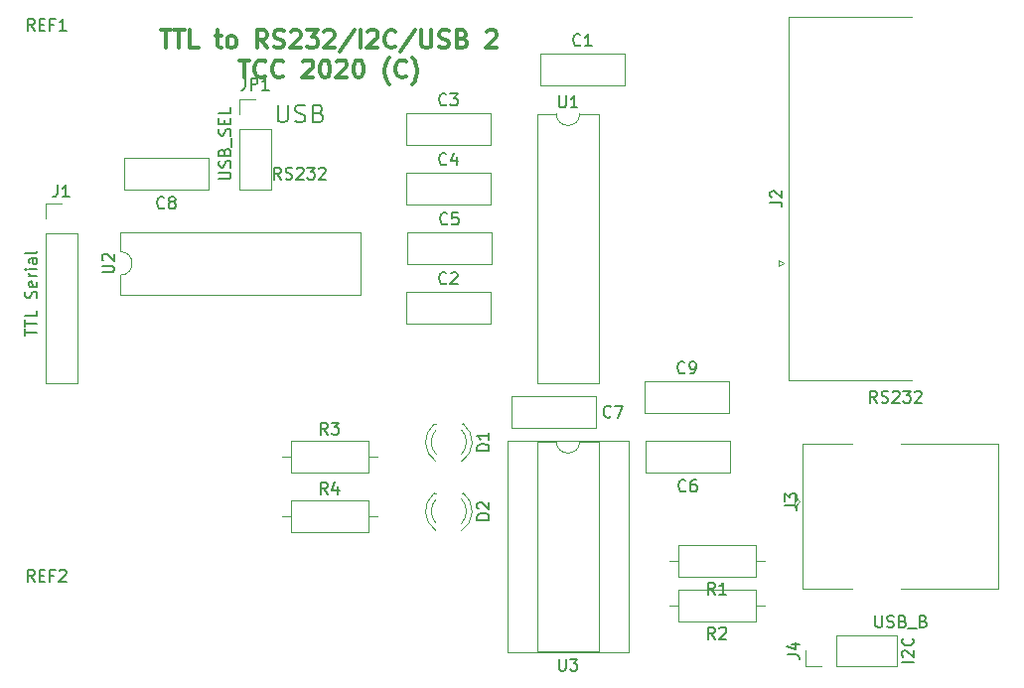
<source format=gbr>
%TF.GenerationSoftware,KiCad,Pcbnew,(5.1.6)-1*%
%TF.CreationDate,2020-07-22T17:22:53+02:00*%
%TF.ProjectId,serialadapter,73657269-616c-4616-9461-707465722e6b,rev?*%
%TF.SameCoordinates,Original*%
%TF.FileFunction,Legend,Top*%
%TF.FilePolarity,Positive*%
%FSLAX46Y46*%
G04 Gerber Fmt 4.6, Leading zero omitted, Abs format (unit mm)*
G04 Created by KiCad (PCBNEW (5.1.6)-1) date 2020-07-22 17:22:53*
%MOMM*%
%LPD*%
G01*
G04 APERTURE LIST*
%ADD10C,0.150000*%
%ADD11C,0.300000*%
%ADD12C,0.120000*%
G04 APERTURE END LIST*
D10*
X155884761Y-57602380D02*
X155551428Y-57126190D01*
X155313333Y-57602380D02*
X155313333Y-56602380D01*
X155694285Y-56602380D01*
X155789523Y-56650000D01*
X155837142Y-56697619D01*
X155884761Y-56792857D01*
X155884761Y-56935714D01*
X155837142Y-57030952D01*
X155789523Y-57078571D01*
X155694285Y-57126190D01*
X155313333Y-57126190D01*
X156265714Y-57554761D02*
X156408571Y-57602380D01*
X156646666Y-57602380D01*
X156741904Y-57554761D01*
X156789523Y-57507142D01*
X156837142Y-57411904D01*
X156837142Y-57316666D01*
X156789523Y-57221428D01*
X156741904Y-57173809D01*
X156646666Y-57126190D01*
X156456190Y-57078571D01*
X156360952Y-57030952D01*
X156313333Y-56983333D01*
X156265714Y-56888095D01*
X156265714Y-56792857D01*
X156313333Y-56697619D01*
X156360952Y-56650000D01*
X156456190Y-56602380D01*
X156694285Y-56602380D01*
X156837142Y-56650000D01*
X157218095Y-56697619D02*
X157265714Y-56650000D01*
X157360952Y-56602380D01*
X157599047Y-56602380D01*
X157694285Y-56650000D01*
X157741904Y-56697619D01*
X157789523Y-56792857D01*
X157789523Y-56888095D01*
X157741904Y-57030952D01*
X157170476Y-57602380D01*
X157789523Y-57602380D01*
X158122857Y-56602380D02*
X158741904Y-56602380D01*
X158408571Y-56983333D01*
X158551428Y-56983333D01*
X158646666Y-57030952D01*
X158694285Y-57078571D01*
X158741904Y-57173809D01*
X158741904Y-57411904D01*
X158694285Y-57507142D01*
X158646666Y-57554761D01*
X158551428Y-57602380D01*
X158265714Y-57602380D01*
X158170476Y-57554761D01*
X158122857Y-57507142D01*
X159122857Y-56697619D02*
X159170476Y-56650000D01*
X159265714Y-56602380D01*
X159503809Y-56602380D01*
X159599047Y-56650000D01*
X159646666Y-56697619D01*
X159694285Y-56792857D01*
X159694285Y-56888095D01*
X159646666Y-57030952D01*
X159075238Y-57602380D01*
X159694285Y-57602380D01*
X155587142Y-51248571D02*
X155587142Y-52462857D01*
X155658571Y-52605714D01*
X155730000Y-52677142D01*
X155872857Y-52748571D01*
X156158571Y-52748571D01*
X156301428Y-52677142D01*
X156372857Y-52605714D01*
X156444285Y-52462857D01*
X156444285Y-51248571D01*
X157087142Y-52677142D02*
X157301428Y-52748571D01*
X157658571Y-52748571D01*
X157801428Y-52677142D01*
X157872857Y-52605714D01*
X157944285Y-52462857D01*
X157944285Y-52320000D01*
X157872857Y-52177142D01*
X157801428Y-52105714D01*
X157658571Y-52034285D01*
X157372857Y-51962857D01*
X157230000Y-51891428D01*
X157158571Y-51820000D01*
X157087142Y-51677142D01*
X157087142Y-51534285D01*
X157158571Y-51391428D01*
X157230000Y-51320000D01*
X157372857Y-51248571D01*
X157730000Y-51248571D01*
X157944285Y-51320000D01*
X159087142Y-51962857D02*
X159301428Y-52034285D01*
X159372857Y-52105714D01*
X159444285Y-52248571D01*
X159444285Y-52462857D01*
X159372857Y-52605714D01*
X159301428Y-52677142D01*
X159158571Y-52748571D01*
X158587142Y-52748571D01*
X158587142Y-51248571D01*
X159087142Y-51248571D01*
X159230000Y-51320000D01*
X159301428Y-51391428D01*
X159372857Y-51534285D01*
X159372857Y-51677142D01*
X159301428Y-51820000D01*
X159230000Y-51891428D01*
X159087142Y-51962857D01*
X158587142Y-51962857D01*
D11*
X145627142Y-44893571D02*
X146484285Y-44893571D01*
X146055714Y-46393571D02*
X146055714Y-44893571D01*
X146770000Y-44893571D02*
X147627142Y-44893571D01*
X147198571Y-46393571D02*
X147198571Y-44893571D01*
X148841428Y-46393571D02*
X148127142Y-46393571D01*
X148127142Y-44893571D01*
X150270000Y-45393571D02*
X150841428Y-45393571D01*
X150484285Y-44893571D02*
X150484285Y-46179285D01*
X150555714Y-46322142D01*
X150698571Y-46393571D01*
X150841428Y-46393571D01*
X151555714Y-46393571D02*
X151412857Y-46322142D01*
X151341428Y-46250714D01*
X151270000Y-46107857D01*
X151270000Y-45679285D01*
X151341428Y-45536428D01*
X151412857Y-45465000D01*
X151555714Y-45393571D01*
X151770000Y-45393571D01*
X151912857Y-45465000D01*
X151984285Y-45536428D01*
X152055714Y-45679285D01*
X152055714Y-46107857D01*
X151984285Y-46250714D01*
X151912857Y-46322142D01*
X151770000Y-46393571D01*
X151555714Y-46393571D01*
X154698571Y-46393571D02*
X154198571Y-45679285D01*
X153841428Y-46393571D02*
X153841428Y-44893571D01*
X154412857Y-44893571D01*
X154555714Y-44965000D01*
X154627142Y-45036428D01*
X154698571Y-45179285D01*
X154698571Y-45393571D01*
X154627142Y-45536428D01*
X154555714Y-45607857D01*
X154412857Y-45679285D01*
X153841428Y-45679285D01*
X155270000Y-46322142D02*
X155484285Y-46393571D01*
X155841428Y-46393571D01*
X155984285Y-46322142D01*
X156055714Y-46250714D01*
X156127142Y-46107857D01*
X156127142Y-45965000D01*
X156055714Y-45822142D01*
X155984285Y-45750714D01*
X155841428Y-45679285D01*
X155555714Y-45607857D01*
X155412857Y-45536428D01*
X155341428Y-45465000D01*
X155270000Y-45322142D01*
X155270000Y-45179285D01*
X155341428Y-45036428D01*
X155412857Y-44965000D01*
X155555714Y-44893571D01*
X155912857Y-44893571D01*
X156127142Y-44965000D01*
X156698571Y-45036428D02*
X156770000Y-44965000D01*
X156912857Y-44893571D01*
X157270000Y-44893571D01*
X157412857Y-44965000D01*
X157484285Y-45036428D01*
X157555714Y-45179285D01*
X157555714Y-45322142D01*
X157484285Y-45536428D01*
X156627142Y-46393571D01*
X157555714Y-46393571D01*
X158055714Y-44893571D02*
X158984285Y-44893571D01*
X158484285Y-45465000D01*
X158698571Y-45465000D01*
X158841428Y-45536428D01*
X158912857Y-45607857D01*
X158984285Y-45750714D01*
X158984285Y-46107857D01*
X158912857Y-46250714D01*
X158841428Y-46322142D01*
X158698571Y-46393571D01*
X158270000Y-46393571D01*
X158127142Y-46322142D01*
X158055714Y-46250714D01*
X159555714Y-45036428D02*
X159627142Y-44965000D01*
X159770000Y-44893571D01*
X160127142Y-44893571D01*
X160270000Y-44965000D01*
X160341428Y-45036428D01*
X160412857Y-45179285D01*
X160412857Y-45322142D01*
X160341428Y-45536428D01*
X159484285Y-46393571D01*
X160412857Y-46393571D01*
X162127142Y-44822142D02*
X160841428Y-46750714D01*
X162627142Y-46393571D02*
X162627142Y-44893571D01*
X163270000Y-45036428D02*
X163341428Y-44965000D01*
X163484285Y-44893571D01*
X163841428Y-44893571D01*
X163984285Y-44965000D01*
X164055714Y-45036428D01*
X164127142Y-45179285D01*
X164127142Y-45322142D01*
X164055714Y-45536428D01*
X163198571Y-46393571D01*
X164127142Y-46393571D01*
X165627142Y-46250714D02*
X165555714Y-46322142D01*
X165341428Y-46393571D01*
X165198571Y-46393571D01*
X164984285Y-46322142D01*
X164841428Y-46179285D01*
X164770000Y-46036428D01*
X164698571Y-45750714D01*
X164698571Y-45536428D01*
X164770000Y-45250714D01*
X164841428Y-45107857D01*
X164984285Y-44965000D01*
X165198571Y-44893571D01*
X165341428Y-44893571D01*
X165555714Y-44965000D01*
X165627142Y-45036428D01*
X167341428Y-44822142D02*
X166055714Y-46750714D01*
X167841428Y-44893571D02*
X167841428Y-46107857D01*
X167912857Y-46250714D01*
X167984285Y-46322142D01*
X168127142Y-46393571D01*
X168412857Y-46393571D01*
X168555714Y-46322142D01*
X168627142Y-46250714D01*
X168698571Y-46107857D01*
X168698571Y-44893571D01*
X169341428Y-46322142D02*
X169555714Y-46393571D01*
X169912857Y-46393571D01*
X170055714Y-46322142D01*
X170127142Y-46250714D01*
X170198571Y-46107857D01*
X170198571Y-45965000D01*
X170127142Y-45822142D01*
X170055714Y-45750714D01*
X169912857Y-45679285D01*
X169627142Y-45607857D01*
X169484285Y-45536428D01*
X169412857Y-45465000D01*
X169341428Y-45322142D01*
X169341428Y-45179285D01*
X169412857Y-45036428D01*
X169484285Y-44965000D01*
X169627142Y-44893571D01*
X169984285Y-44893571D01*
X170198571Y-44965000D01*
X171341428Y-45607857D02*
X171555714Y-45679285D01*
X171627142Y-45750714D01*
X171698571Y-45893571D01*
X171698571Y-46107857D01*
X171627142Y-46250714D01*
X171555714Y-46322142D01*
X171412857Y-46393571D01*
X170841428Y-46393571D01*
X170841428Y-44893571D01*
X171341428Y-44893571D01*
X171484285Y-44965000D01*
X171555714Y-45036428D01*
X171627142Y-45179285D01*
X171627142Y-45322142D01*
X171555714Y-45465000D01*
X171484285Y-45536428D01*
X171341428Y-45607857D01*
X170841428Y-45607857D01*
X173412857Y-45036428D02*
X173484285Y-44965000D01*
X173627142Y-44893571D01*
X173984285Y-44893571D01*
X174127142Y-44965000D01*
X174198571Y-45036428D01*
X174270000Y-45179285D01*
X174270000Y-45322142D01*
X174198571Y-45536428D01*
X173341428Y-46393571D01*
X174270000Y-46393571D01*
X152341428Y-47443571D02*
X153198571Y-47443571D01*
X152770000Y-48943571D02*
X152770000Y-47443571D01*
X154555714Y-48800714D02*
X154484285Y-48872142D01*
X154270000Y-48943571D01*
X154127142Y-48943571D01*
X153912857Y-48872142D01*
X153770000Y-48729285D01*
X153698571Y-48586428D01*
X153627142Y-48300714D01*
X153627142Y-48086428D01*
X153698571Y-47800714D01*
X153770000Y-47657857D01*
X153912857Y-47515000D01*
X154127142Y-47443571D01*
X154270000Y-47443571D01*
X154484285Y-47515000D01*
X154555714Y-47586428D01*
X156055714Y-48800714D02*
X155984285Y-48872142D01*
X155770000Y-48943571D01*
X155627142Y-48943571D01*
X155412857Y-48872142D01*
X155270000Y-48729285D01*
X155198571Y-48586428D01*
X155127142Y-48300714D01*
X155127142Y-48086428D01*
X155198571Y-47800714D01*
X155270000Y-47657857D01*
X155412857Y-47515000D01*
X155627142Y-47443571D01*
X155770000Y-47443571D01*
X155984285Y-47515000D01*
X156055714Y-47586428D01*
X157770000Y-47586428D02*
X157841428Y-47515000D01*
X157984285Y-47443571D01*
X158341428Y-47443571D01*
X158484285Y-47515000D01*
X158555714Y-47586428D01*
X158627142Y-47729285D01*
X158627142Y-47872142D01*
X158555714Y-48086428D01*
X157698571Y-48943571D01*
X158627142Y-48943571D01*
X159555714Y-47443571D02*
X159698571Y-47443571D01*
X159841428Y-47515000D01*
X159912857Y-47586428D01*
X159984285Y-47729285D01*
X160055714Y-48015000D01*
X160055714Y-48372142D01*
X159984285Y-48657857D01*
X159912857Y-48800714D01*
X159841428Y-48872142D01*
X159698571Y-48943571D01*
X159555714Y-48943571D01*
X159412857Y-48872142D01*
X159341428Y-48800714D01*
X159270000Y-48657857D01*
X159198571Y-48372142D01*
X159198571Y-48015000D01*
X159270000Y-47729285D01*
X159341428Y-47586428D01*
X159412857Y-47515000D01*
X159555714Y-47443571D01*
X160627142Y-47586428D02*
X160698571Y-47515000D01*
X160841428Y-47443571D01*
X161198571Y-47443571D01*
X161341428Y-47515000D01*
X161412857Y-47586428D01*
X161484285Y-47729285D01*
X161484285Y-47872142D01*
X161412857Y-48086428D01*
X160555714Y-48943571D01*
X161484285Y-48943571D01*
X162412857Y-47443571D02*
X162555714Y-47443571D01*
X162698571Y-47515000D01*
X162770000Y-47586428D01*
X162841428Y-47729285D01*
X162912857Y-48015000D01*
X162912857Y-48372142D01*
X162841428Y-48657857D01*
X162770000Y-48800714D01*
X162698571Y-48872142D01*
X162555714Y-48943571D01*
X162412857Y-48943571D01*
X162270000Y-48872142D01*
X162198571Y-48800714D01*
X162127142Y-48657857D01*
X162055714Y-48372142D01*
X162055714Y-48015000D01*
X162127142Y-47729285D01*
X162198571Y-47586428D01*
X162270000Y-47515000D01*
X162412857Y-47443571D01*
X165127142Y-49515000D02*
X165055714Y-49443571D01*
X164912857Y-49229285D01*
X164841428Y-49086428D01*
X164770000Y-48872142D01*
X164698571Y-48515000D01*
X164698571Y-48229285D01*
X164770000Y-47872142D01*
X164841428Y-47657857D01*
X164912857Y-47515000D01*
X165055714Y-47300714D01*
X165127142Y-47229285D01*
X166555714Y-48800714D02*
X166484285Y-48872142D01*
X166270000Y-48943571D01*
X166127142Y-48943571D01*
X165912857Y-48872142D01*
X165770000Y-48729285D01*
X165698571Y-48586428D01*
X165627142Y-48300714D01*
X165627142Y-48086428D01*
X165698571Y-47800714D01*
X165770000Y-47657857D01*
X165912857Y-47515000D01*
X166127142Y-47443571D01*
X166270000Y-47443571D01*
X166484285Y-47515000D01*
X166555714Y-47586428D01*
X167055714Y-49515000D02*
X167127142Y-49443571D01*
X167270000Y-49229285D01*
X167341428Y-49086428D01*
X167412857Y-48872142D01*
X167484285Y-48515000D01*
X167484285Y-48229285D01*
X167412857Y-47872142D01*
X167341428Y-47657857D01*
X167270000Y-47515000D01*
X167127142Y-47300714D01*
X167055714Y-47229285D01*
D12*
%TO.C,D2*%
X169100163Y-86951130D02*
G75*
G02*
X169100000Y-84869039I1079837J1041130D01*
G01*
X171259837Y-86951130D02*
G75*
G03*
X171260000Y-84869039I-1079837J1041130D01*
G01*
X169101392Y-87582335D02*
G75*
G02*
X168944484Y-84350000I1078608J1672335D01*
G01*
X171258608Y-87582335D02*
G75*
G03*
X171415516Y-84350000I-1078608J1672335D01*
G01*
X171416000Y-84350000D02*
X171260000Y-84350000D01*
X169100000Y-84350000D02*
X168944000Y-84350000D01*
%TO.C,D1*%
X169100163Y-81051130D02*
G75*
G02*
X169100000Y-78969039I1079837J1041130D01*
G01*
X171259837Y-81051130D02*
G75*
G03*
X171260000Y-78969039I-1079837J1041130D01*
G01*
X169101392Y-81682335D02*
G75*
G02*
X168944484Y-78450000I1078608J1672335D01*
G01*
X171258608Y-81682335D02*
G75*
G03*
X171415516Y-78450000I-1078608J1672335D01*
G01*
X171416000Y-78450000D02*
X171260000Y-78450000D01*
X169100000Y-78450000D02*
X168944000Y-78450000D01*
%TO.C,R4*%
X156750000Y-84990000D02*
X156750000Y-87730000D01*
X156750000Y-87730000D02*
X163290000Y-87730000D01*
X163290000Y-87730000D02*
X163290000Y-84990000D01*
X163290000Y-84990000D02*
X156750000Y-84990000D01*
X155980000Y-86360000D02*
X156750000Y-86360000D01*
X164060000Y-86360000D02*
X163290000Y-86360000D01*
%TO.C,R3*%
X156750000Y-79910000D02*
X156750000Y-82650000D01*
X156750000Y-82650000D02*
X163290000Y-82650000D01*
X163290000Y-82650000D02*
X163290000Y-79910000D01*
X163290000Y-79910000D02*
X156750000Y-79910000D01*
X155980000Y-81280000D02*
X156750000Y-81280000D01*
X164060000Y-81280000D02*
X163290000Y-81280000D01*
%TO.C,C9*%
X186840000Y-74830000D02*
X194080000Y-74830000D01*
X186840000Y-77570000D02*
X194080000Y-77570000D01*
X186840000Y-74830000D02*
X186840000Y-77570000D01*
X194080000Y-74830000D02*
X194080000Y-77570000D01*
%TO.C,J3*%
X204590000Y-80180000D02*
X200330000Y-80180000D01*
X200330000Y-80180000D02*
X200330000Y-92500000D01*
X200330000Y-92500000D02*
X204590000Y-92500000D01*
X208690000Y-80180000D02*
X217050000Y-80180000D01*
X217050000Y-80180000D02*
X217050000Y-92500000D01*
X217050000Y-92500000D02*
X208690000Y-92500000D01*
X200110000Y-85090000D02*
X199610000Y-84590000D01*
X199610000Y-84590000D02*
X199610000Y-85590000D01*
X199610000Y-85590000D02*
X200110000Y-85090000D01*
%TO.C,R2*%
X196310000Y-95350000D02*
X196310000Y-92610000D01*
X196310000Y-92610000D02*
X189770000Y-92610000D01*
X189770000Y-92610000D02*
X189770000Y-95350000D01*
X189770000Y-95350000D02*
X196310000Y-95350000D01*
X197080000Y-93980000D02*
X196310000Y-93980000D01*
X189000000Y-93980000D02*
X189770000Y-93980000D01*
%TO.C,R1*%
X196310000Y-91540000D02*
X196310000Y-88800000D01*
X196310000Y-88800000D02*
X189770000Y-88800000D01*
X189770000Y-88800000D02*
X189770000Y-91540000D01*
X189770000Y-91540000D02*
X196310000Y-91540000D01*
X197080000Y-90170000D02*
X196310000Y-90170000D01*
X189000000Y-90170000D02*
X189770000Y-90170000D01*
%TO.C,J4*%
X208340000Y-99120000D02*
X208340000Y-96460000D01*
X203200000Y-99120000D02*
X208340000Y-99120000D01*
X203200000Y-96460000D02*
X208340000Y-96460000D01*
X203200000Y-99120000D02*
X203200000Y-96460000D01*
X201930000Y-99120000D02*
X200600000Y-99120000D01*
X200600000Y-99120000D02*
X200600000Y-97790000D01*
%TO.C,U2*%
X142180000Y-63770000D02*
G75*
G02*
X142180000Y-65770000I0J-1000000D01*
G01*
X142180000Y-65770000D02*
X142180000Y-67420000D01*
X142180000Y-67420000D02*
X162620000Y-67420000D01*
X162620000Y-67420000D02*
X162620000Y-62120000D01*
X162620000Y-62120000D02*
X142180000Y-62120000D01*
X142180000Y-62120000D02*
X142180000Y-63770000D01*
%TO.C,C8*%
X149710000Y-58520000D02*
X142470000Y-58520000D01*
X149710000Y-55780000D02*
X142470000Y-55780000D01*
X149710000Y-58520000D02*
X149710000Y-55780000D01*
X142470000Y-58520000D02*
X142470000Y-55780000D01*
%TO.C,C7*%
X182730000Y-78840000D02*
X175490000Y-78840000D01*
X182730000Y-76100000D02*
X175490000Y-76100000D01*
X182730000Y-78840000D02*
X182730000Y-76100000D01*
X175490000Y-78840000D02*
X175490000Y-76100000D01*
%TO.C,U1*%
X181340000Y-52010000D02*
G75*
G02*
X179340000Y-52010000I-1000000J0D01*
G01*
X179340000Y-52010000D02*
X177690000Y-52010000D01*
X177690000Y-52010000D02*
X177690000Y-74990000D01*
X177690000Y-74990000D02*
X182990000Y-74990000D01*
X182990000Y-74990000D02*
X182990000Y-52010000D01*
X182990000Y-52010000D02*
X181340000Y-52010000D01*
%TO.C,JP1*%
X152340000Y-58480000D02*
X155000000Y-58480000D01*
X152340000Y-53340000D02*
X152340000Y-58480000D01*
X155000000Y-53340000D02*
X155000000Y-58480000D01*
X152340000Y-53340000D02*
X155000000Y-53340000D01*
X152340000Y-52070000D02*
X152340000Y-50740000D01*
X152340000Y-50740000D02*
X153670000Y-50740000D01*
%TO.C,J1*%
X135830000Y-74990000D02*
X138490000Y-74990000D01*
X135830000Y-62230000D02*
X135830000Y-74990000D01*
X138490000Y-62230000D02*
X138490000Y-74990000D01*
X135830000Y-62230000D02*
X138490000Y-62230000D01*
X135830000Y-60960000D02*
X135830000Y-59630000D01*
X135830000Y-59630000D02*
X137160000Y-59630000D01*
%TO.C,U3*%
X181340000Y-79950000D02*
G75*
G02*
X179340000Y-79950000I-1000000J0D01*
G01*
X179340000Y-79950000D02*
X177690000Y-79950000D01*
X177690000Y-79950000D02*
X177690000Y-97850000D01*
X177690000Y-97850000D02*
X182990000Y-97850000D01*
X182990000Y-97850000D02*
X182990000Y-79950000D01*
X182990000Y-79950000D02*
X181340000Y-79950000D01*
X175200000Y-79890000D02*
X175200000Y-97910000D01*
X175200000Y-97910000D02*
X185480000Y-97910000D01*
X185480000Y-97910000D02*
X185480000Y-79890000D01*
X185480000Y-79890000D02*
X175200000Y-79890000D01*
%TO.C,J2*%
X209650000Y-74715000D02*
X199170000Y-74715000D01*
X199170000Y-74715000D02*
X199170000Y-43745000D01*
X199170000Y-43745000D02*
X209650000Y-43745000D01*
X198275662Y-65020000D02*
X198275662Y-64520000D01*
X198275662Y-64520000D02*
X198708675Y-64770000D01*
X198708675Y-64770000D02*
X198275662Y-65020000D01*
%TO.C,C6*%
X194160000Y-82650000D02*
X186920000Y-82650000D01*
X194160000Y-79910000D02*
X186920000Y-79910000D01*
X194160000Y-82650000D02*
X194160000Y-79910000D01*
X186920000Y-82650000D02*
X186920000Y-79910000D01*
%TO.C,C5*%
X166600000Y-62130000D02*
X173840000Y-62130000D01*
X166600000Y-64870000D02*
X173840000Y-64870000D01*
X166600000Y-62130000D02*
X166600000Y-64870000D01*
X173840000Y-62130000D02*
X173840000Y-64870000D01*
%TO.C,C4*%
X166520000Y-57050000D02*
X173760000Y-57050000D01*
X166520000Y-59790000D02*
X173760000Y-59790000D01*
X166520000Y-57050000D02*
X166520000Y-59790000D01*
X173760000Y-57050000D02*
X173760000Y-59790000D01*
%TO.C,C3*%
X166520000Y-51970000D02*
X173760000Y-51970000D01*
X166520000Y-54710000D02*
X173760000Y-54710000D01*
X166520000Y-51970000D02*
X166520000Y-54710000D01*
X173760000Y-51970000D02*
X173760000Y-54710000D01*
%TO.C,C2*%
X166520000Y-67210000D02*
X173760000Y-67210000D01*
X166520000Y-69950000D02*
X173760000Y-69950000D01*
X166520000Y-67210000D02*
X166520000Y-69950000D01*
X173760000Y-67210000D02*
X173760000Y-69950000D01*
%TO.C,C1*%
X177950000Y-46890000D02*
X185190000Y-46890000D01*
X177950000Y-49630000D02*
X185190000Y-49630000D01*
X177950000Y-46890000D02*
X177950000Y-49630000D01*
X185190000Y-46890000D02*
X185190000Y-49630000D01*
%TO.C,REF2*%
D10*
X134842380Y-91902380D02*
X134509047Y-91426190D01*
X134270952Y-91902380D02*
X134270952Y-90902380D01*
X134651904Y-90902380D01*
X134747142Y-90950000D01*
X134794761Y-90997619D01*
X134842380Y-91092857D01*
X134842380Y-91235714D01*
X134794761Y-91330952D01*
X134747142Y-91378571D01*
X134651904Y-91426190D01*
X134270952Y-91426190D01*
X135270952Y-91378571D02*
X135604285Y-91378571D01*
X135747142Y-91902380D02*
X135270952Y-91902380D01*
X135270952Y-90902380D01*
X135747142Y-90902380D01*
X136509047Y-91378571D02*
X136175714Y-91378571D01*
X136175714Y-91902380D02*
X136175714Y-90902380D01*
X136651904Y-90902380D01*
X136985238Y-90997619D02*
X137032857Y-90950000D01*
X137128095Y-90902380D01*
X137366190Y-90902380D01*
X137461428Y-90950000D01*
X137509047Y-90997619D01*
X137556666Y-91092857D01*
X137556666Y-91188095D01*
X137509047Y-91330952D01*
X136937619Y-91902380D01*
X137556666Y-91902380D01*
%TO.C,REF1*%
X134842380Y-44912380D02*
X134509047Y-44436190D01*
X134270952Y-44912380D02*
X134270952Y-43912380D01*
X134651904Y-43912380D01*
X134747142Y-43960000D01*
X134794761Y-44007619D01*
X134842380Y-44102857D01*
X134842380Y-44245714D01*
X134794761Y-44340952D01*
X134747142Y-44388571D01*
X134651904Y-44436190D01*
X134270952Y-44436190D01*
X135270952Y-44388571D02*
X135604285Y-44388571D01*
X135747142Y-44912380D02*
X135270952Y-44912380D01*
X135270952Y-43912380D01*
X135747142Y-43912380D01*
X136509047Y-44388571D02*
X136175714Y-44388571D01*
X136175714Y-44912380D02*
X136175714Y-43912380D01*
X136651904Y-43912380D01*
X137556666Y-44912380D02*
X136985238Y-44912380D01*
X137270952Y-44912380D02*
X137270952Y-43912380D01*
X137175714Y-44055238D01*
X137080476Y-44150476D01*
X136985238Y-44198095D01*
%TO.C,D2*%
X173592380Y-86648095D02*
X172592380Y-86648095D01*
X172592380Y-86410000D01*
X172640000Y-86267142D01*
X172735238Y-86171904D01*
X172830476Y-86124285D01*
X173020952Y-86076666D01*
X173163809Y-86076666D01*
X173354285Y-86124285D01*
X173449523Y-86171904D01*
X173544761Y-86267142D01*
X173592380Y-86410000D01*
X173592380Y-86648095D01*
X172687619Y-85695714D02*
X172640000Y-85648095D01*
X172592380Y-85552857D01*
X172592380Y-85314761D01*
X172640000Y-85219523D01*
X172687619Y-85171904D01*
X172782857Y-85124285D01*
X172878095Y-85124285D01*
X173020952Y-85171904D01*
X173592380Y-85743333D01*
X173592380Y-85124285D01*
%TO.C,D1*%
X173592380Y-80748095D02*
X172592380Y-80748095D01*
X172592380Y-80510000D01*
X172640000Y-80367142D01*
X172735238Y-80271904D01*
X172830476Y-80224285D01*
X173020952Y-80176666D01*
X173163809Y-80176666D01*
X173354285Y-80224285D01*
X173449523Y-80271904D01*
X173544761Y-80367142D01*
X173592380Y-80510000D01*
X173592380Y-80748095D01*
X173592380Y-79224285D02*
X173592380Y-79795714D01*
X173592380Y-79510000D02*
X172592380Y-79510000D01*
X172735238Y-79605238D01*
X172830476Y-79700476D01*
X172878095Y-79795714D01*
%TO.C,R4*%
X159853333Y-84442380D02*
X159520000Y-83966190D01*
X159281904Y-84442380D02*
X159281904Y-83442380D01*
X159662857Y-83442380D01*
X159758095Y-83490000D01*
X159805714Y-83537619D01*
X159853333Y-83632857D01*
X159853333Y-83775714D01*
X159805714Y-83870952D01*
X159758095Y-83918571D01*
X159662857Y-83966190D01*
X159281904Y-83966190D01*
X160710476Y-83775714D02*
X160710476Y-84442380D01*
X160472380Y-83394761D02*
X160234285Y-84109047D01*
X160853333Y-84109047D01*
%TO.C,R3*%
X159853333Y-79362380D02*
X159520000Y-78886190D01*
X159281904Y-79362380D02*
X159281904Y-78362380D01*
X159662857Y-78362380D01*
X159758095Y-78410000D01*
X159805714Y-78457619D01*
X159853333Y-78552857D01*
X159853333Y-78695714D01*
X159805714Y-78790952D01*
X159758095Y-78838571D01*
X159662857Y-78886190D01*
X159281904Y-78886190D01*
X160186666Y-78362380D02*
X160805714Y-78362380D01*
X160472380Y-78743333D01*
X160615238Y-78743333D01*
X160710476Y-78790952D01*
X160758095Y-78838571D01*
X160805714Y-78933809D01*
X160805714Y-79171904D01*
X160758095Y-79267142D01*
X160710476Y-79314761D01*
X160615238Y-79362380D01*
X160329523Y-79362380D01*
X160234285Y-79314761D01*
X160186666Y-79267142D01*
%TO.C,C9*%
X190293333Y-74057142D02*
X190245714Y-74104761D01*
X190102857Y-74152380D01*
X190007619Y-74152380D01*
X189864761Y-74104761D01*
X189769523Y-74009523D01*
X189721904Y-73914285D01*
X189674285Y-73723809D01*
X189674285Y-73580952D01*
X189721904Y-73390476D01*
X189769523Y-73295238D01*
X189864761Y-73200000D01*
X190007619Y-73152380D01*
X190102857Y-73152380D01*
X190245714Y-73200000D01*
X190293333Y-73247619D01*
X190769523Y-74152380D02*
X190960000Y-74152380D01*
X191055238Y-74104761D01*
X191102857Y-74057142D01*
X191198095Y-73914285D01*
X191245714Y-73723809D01*
X191245714Y-73342857D01*
X191198095Y-73247619D01*
X191150476Y-73200000D01*
X191055238Y-73152380D01*
X190864761Y-73152380D01*
X190769523Y-73200000D01*
X190721904Y-73247619D01*
X190674285Y-73342857D01*
X190674285Y-73580952D01*
X190721904Y-73676190D01*
X190769523Y-73723809D01*
X190864761Y-73771428D01*
X191055238Y-73771428D01*
X191150476Y-73723809D01*
X191198095Y-73676190D01*
X191245714Y-73580952D01*
%TO.C,J3*%
X198842380Y-85423333D02*
X199556666Y-85423333D01*
X199699523Y-85470952D01*
X199794761Y-85566190D01*
X199842380Y-85709047D01*
X199842380Y-85804285D01*
X198842380Y-85042380D02*
X198842380Y-84423333D01*
X199223333Y-84756666D01*
X199223333Y-84613809D01*
X199270952Y-84518571D01*
X199318571Y-84470952D01*
X199413809Y-84423333D01*
X199651904Y-84423333D01*
X199747142Y-84470952D01*
X199794761Y-84518571D01*
X199842380Y-84613809D01*
X199842380Y-84899523D01*
X199794761Y-84994761D01*
X199747142Y-85042380D01*
X206547142Y-94812380D02*
X206547142Y-95621904D01*
X206594761Y-95717142D01*
X206642380Y-95764761D01*
X206737619Y-95812380D01*
X206928095Y-95812380D01*
X207023333Y-95764761D01*
X207070952Y-95717142D01*
X207118571Y-95621904D01*
X207118571Y-94812380D01*
X207547142Y-95764761D02*
X207690000Y-95812380D01*
X207928095Y-95812380D01*
X208023333Y-95764761D01*
X208070952Y-95717142D01*
X208118571Y-95621904D01*
X208118571Y-95526666D01*
X208070952Y-95431428D01*
X208023333Y-95383809D01*
X207928095Y-95336190D01*
X207737619Y-95288571D01*
X207642380Y-95240952D01*
X207594761Y-95193333D01*
X207547142Y-95098095D01*
X207547142Y-95002857D01*
X207594761Y-94907619D01*
X207642380Y-94860000D01*
X207737619Y-94812380D01*
X207975714Y-94812380D01*
X208118571Y-94860000D01*
X208880476Y-95288571D02*
X209023333Y-95336190D01*
X209070952Y-95383809D01*
X209118571Y-95479047D01*
X209118571Y-95621904D01*
X209070952Y-95717142D01*
X209023333Y-95764761D01*
X208928095Y-95812380D01*
X208547142Y-95812380D01*
X208547142Y-94812380D01*
X208880476Y-94812380D01*
X208975714Y-94860000D01*
X209023333Y-94907619D01*
X209070952Y-95002857D01*
X209070952Y-95098095D01*
X209023333Y-95193333D01*
X208975714Y-95240952D01*
X208880476Y-95288571D01*
X208547142Y-95288571D01*
X209309047Y-95907619D02*
X210070952Y-95907619D01*
X210642380Y-95288571D02*
X210785238Y-95336190D01*
X210832857Y-95383809D01*
X210880476Y-95479047D01*
X210880476Y-95621904D01*
X210832857Y-95717142D01*
X210785238Y-95764761D01*
X210690000Y-95812380D01*
X210309047Y-95812380D01*
X210309047Y-94812380D01*
X210642380Y-94812380D01*
X210737619Y-94860000D01*
X210785238Y-94907619D01*
X210832857Y-95002857D01*
X210832857Y-95098095D01*
X210785238Y-95193333D01*
X210737619Y-95240952D01*
X210642380Y-95288571D01*
X210309047Y-95288571D01*
%TO.C,R2*%
X192873333Y-96802380D02*
X192540000Y-96326190D01*
X192301904Y-96802380D02*
X192301904Y-95802380D01*
X192682857Y-95802380D01*
X192778095Y-95850000D01*
X192825714Y-95897619D01*
X192873333Y-95992857D01*
X192873333Y-96135714D01*
X192825714Y-96230952D01*
X192778095Y-96278571D01*
X192682857Y-96326190D01*
X192301904Y-96326190D01*
X193254285Y-95897619D02*
X193301904Y-95850000D01*
X193397142Y-95802380D01*
X193635238Y-95802380D01*
X193730476Y-95850000D01*
X193778095Y-95897619D01*
X193825714Y-95992857D01*
X193825714Y-96088095D01*
X193778095Y-96230952D01*
X193206666Y-96802380D01*
X193825714Y-96802380D01*
%TO.C,R1*%
X192873333Y-92992380D02*
X192540000Y-92516190D01*
X192301904Y-92992380D02*
X192301904Y-91992380D01*
X192682857Y-91992380D01*
X192778095Y-92040000D01*
X192825714Y-92087619D01*
X192873333Y-92182857D01*
X192873333Y-92325714D01*
X192825714Y-92420952D01*
X192778095Y-92468571D01*
X192682857Y-92516190D01*
X192301904Y-92516190D01*
X193825714Y-92992380D02*
X193254285Y-92992380D01*
X193540000Y-92992380D02*
X193540000Y-91992380D01*
X193444761Y-92135238D01*
X193349523Y-92230476D01*
X193254285Y-92278095D01*
%TO.C,J4*%
X199052380Y-98123333D02*
X199766666Y-98123333D01*
X199909523Y-98170952D01*
X200004761Y-98266190D01*
X200052380Y-98409047D01*
X200052380Y-98504285D01*
X199385714Y-97218571D02*
X200052380Y-97218571D01*
X199004761Y-97456666D02*
X199719047Y-97694761D01*
X199719047Y-97075714D01*
X209792380Y-98766190D02*
X208792380Y-98766190D01*
X208887619Y-98337619D02*
X208840000Y-98290000D01*
X208792380Y-98194761D01*
X208792380Y-97956666D01*
X208840000Y-97861428D01*
X208887619Y-97813809D01*
X208982857Y-97766190D01*
X209078095Y-97766190D01*
X209220952Y-97813809D01*
X209792380Y-98385238D01*
X209792380Y-97766190D01*
X209697142Y-96766190D02*
X209744761Y-96813809D01*
X209792380Y-96956666D01*
X209792380Y-97051904D01*
X209744761Y-97194761D01*
X209649523Y-97290000D01*
X209554285Y-97337619D01*
X209363809Y-97385238D01*
X209220952Y-97385238D01*
X209030476Y-97337619D01*
X208935238Y-97290000D01*
X208840000Y-97194761D01*
X208792380Y-97051904D01*
X208792380Y-96956666D01*
X208840000Y-96813809D01*
X208887619Y-96766190D01*
%TO.C,U2*%
X140632380Y-65531904D02*
X141441904Y-65531904D01*
X141537142Y-65484285D01*
X141584761Y-65436666D01*
X141632380Y-65341428D01*
X141632380Y-65150952D01*
X141584761Y-65055714D01*
X141537142Y-65008095D01*
X141441904Y-64960476D01*
X140632380Y-64960476D01*
X140727619Y-64531904D02*
X140680000Y-64484285D01*
X140632380Y-64389047D01*
X140632380Y-64150952D01*
X140680000Y-64055714D01*
X140727619Y-64008095D01*
X140822857Y-63960476D01*
X140918095Y-63960476D01*
X141060952Y-64008095D01*
X141632380Y-64579523D01*
X141632380Y-63960476D01*
%TO.C,C8*%
X145923333Y-60007142D02*
X145875714Y-60054761D01*
X145732857Y-60102380D01*
X145637619Y-60102380D01*
X145494761Y-60054761D01*
X145399523Y-59959523D01*
X145351904Y-59864285D01*
X145304285Y-59673809D01*
X145304285Y-59530952D01*
X145351904Y-59340476D01*
X145399523Y-59245238D01*
X145494761Y-59150000D01*
X145637619Y-59102380D01*
X145732857Y-59102380D01*
X145875714Y-59150000D01*
X145923333Y-59197619D01*
X146494761Y-59530952D02*
X146399523Y-59483333D01*
X146351904Y-59435714D01*
X146304285Y-59340476D01*
X146304285Y-59292857D01*
X146351904Y-59197619D01*
X146399523Y-59150000D01*
X146494761Y-59102380D01*
X146685238Y-59102380D01*
X146780476Y-59150000D01*
X146828095Y-59197619D01*
X146875714Y-59292857D01*
X146875714Y-59340476D01*
X146828095Y-59435714D01*
X146780476Y-59483333D01*
X146685238Y-59530952D01*
X146494761Y-59530952D01*
X146399523Y-59578571D01*
X146351904Y-59626190D01*
X146304285Y-59721428D01*
X146304285Y-59911904D01*
X146351904Y-60007142D01*
X146399523Y-60054761D01*
X146494761Y-60102380D01*
X146685238Y-60102380D01*
X146780476Y-60054761D01*
X146828095Y-60007142D01*
X146875714Y-59911904D01*
X146875714Y-59721428D01*
X146828095Y-59626190D01*
X146780476Y-59578571D01*
X146685238Y-59530952D01*
%TO.C,C7*%
X183983333Y-77827142D02*
X183935714Y-77874761D01*
X183792857Y-77922380D01*
X183697619Y-77922380D01*
X183554761Y-77874761D01*
X183459523Y-77779523D01*
X183411904Y-77684285D01*
X183364285Y-77493809D01*
X183364285Y-77350952D01*
X183411904Y-77160476D01*
X183459523Y-77065238D01*
X183554761Y-76970000D01*
X183697619Y-76922380D01*
X183792857Y-76922380D01*
X183935714Y-76970000D01*
X183983333Y-77017619D01*
X184316666Y-76922380D02*
X184983333Y-76922380D01*
X184554761Y-77922380D01*
%TO.C,U1*%
X179578095Y-50462380D02*
X179578095Y-51271904D01*
X179625714Y-51367142D01*
X179673333Y-51414761D01*
X179768571Y-51462380D01*
X179959047Y-51462380D01*
X180054285Y-51414761D01*
X180101904Y-51367142D01*
X180149523Y-51271904D01*
X180149523Y-50462380D01*
X181149523Y-51462380D02*
X180578095Y-51462380D01*
X180863809Y-51462380D02*
X180863809Y-50462380D01*
X180768571Y-50605238D01*
X180673333Y-50700476D01*
X180578095Y-50748095D01*
%TO.C,JP1*%
X152836666Y-48982380D02*
X152836666Y-49696666D01*
X152789047Y-49839523D01*
X152693809Y-49934761D01*
X152550952Y-49982380D01*
X152455714Y-49982380D01*
X153312857Y-49982380D02*
X153312857Y-48982380D01*
X153693809Y-48982380D01*
X153789047Y-49030000D01*
X153836666Y-49077619D01*
X153884285Y-49172857D01*
X153884285Y-49315714D01*
X153836666Y-49410952D01*
X153789047Y-49458571D01*
X153693809Y-49506190D01*
X153312857Y-49506190D01*
X154836666Y-49982380D02*
X154265238Y-49982380D01*
X154550952Y-49982380D02*
X154550952Y-48982380D01*
X154455714Y-49125238D01*
X154360476Y-49220476D01*
X154265238Y-49268095D01*
X150582380Y-57586190D02*
X151391904Y-57586190D01*
X151487142Y-57538571D01*
X151534761Y-57490952D01*
X151582380Y-57395714D01*
X151582380Y-57205238D01*
X151534761Y-57110000D01*
X151487142Y-57062380D01*
X151391904Y-57014761D01*
X150582380Y-57014761D01*
X151534761Y-56586190D02*
X151582380Y-56443333D01*
X151582380Y-56205238D01*
X151534761Y-56110000D01*
X151487142Y-56062380D01*
X151391904Y-56014761D01*
X151296666Y-56014761D01*
X151201428Y-56062380D01*
X151153809Y-56110000D01*
X151106190Y-56205238D01*
X151058571Y-56395714D01*
X151010952Y-56490952D01*
X150963333Y-56538571D01*
X150868095Y-56586190D01*
X150772857Y-56586190D01*
X150677619Y-56538571D01*
X150630000Y-56490952D01*
X150582380Y-56395714D01*
X150582380Y-56157619D01*
X150630000Y-56014761D01*
X151058571Y-55252857D02*
X151106190Y-55110000D01*
X151153809Y-55062380D01*
X151249047Y-55014761D01*
X151391904Y-55014761D01*
X151487142Y-55062380D01*
X151534761Y-55110000D01*
X151582380Y-55205238D01*
X151582380Y-55586190D01*
X150582380Y-55586190D01*
X150582380Y-55252857D01*
X150630000Y-55157619D01*
X150677619Y-55110000D01*
X150772857Y-55062380D01*
X150868095Y-55062380D01*
X150963333Y-55110000D01*
X151010952Y-55157619D01*
X151058571Y-55252857D01*
X151058571Y-55586190D01*
X151677619Y-54824285D02*
X151677619Y-54062380D01*
X151534761Y-53871904D02*
X151582380Y-53729047D01*
X151582380Y-53490952D01*
X151534761Y-53395714D01*
X151487142Y-53348095D01*
X151391904Y-53300476D01*
X151296666Y-53300476D01*
X151201428Y-53348095D01*
X151153809Y-53395714D01*
X151106190Y-53490952D01*
X151058571Y-53681428D01*
X151010952Y-53776666D01*
X150963333Y-53824285D01*
X150868095Y-53871904D01*
X150772857Y-53871904D01*
X150677619Y-53824285D01*
X150630000Y-53776666D01*
X150582380Y-53681428D01*
X150582380Y-53443333D01*
X150630000Y-53300476D01*
X151058571Y-52871904D02*
X151058571Y-52538571D01*
X151582380Y-52395714D02*
X151582380Y-52871904D01*
X150582380Y-52871904D01*
X150582380Y-52395714D01*
X151582380Y-51490952D02*
X151582380Y-51967142D01*
X150582380Y-51967142D01*
%TO.C,J1*%
X136826666Y-58082380D02*
X136826666Y-58796666D01*
X136779047Y-58939523D01*
X136683809Y-59034761D01*
X136540952Y-59082380D01*
X136445714Y-59082380D01*
X137826666Y-59082380D02*
X137255238Y-59082380D01*
X137540952Y-59082380D02*
X137540952Y-58082380D01*
X137445714Y-58225238D01*
X137350476Y-58320476D01*
X137255238Y-58368095D01*
X134072380Y-70929047D02*
X134072380Y-70357619D01*
X135072380Y-70643333D02*
X134072380Y-70643333D01*
X134072380Y-70167142D02*
X134072380Y-69595714D01*
X135072380Y-69881428D02*
X134072380Y-69881428D01*
X135072380Y-68786190D02*
X135072380Y-69262380D01*
X134072380Y-69262380D01*
X135024761Y-67738571D02*
X135072380Y-67595714D01*
X135072380Y-67357619D01*
X135024761Y-67262380D01*
X134977142Y-67214761D01*
X134881904Y-67167142D01*
X134786666Y-67167142D01*
X134691428Y-67214761D01*
X134643809Y-67262380D01*
X134596190Y-67357619D01*
X134548571Y-67548095D01*
X134500952Y-67643333D01*
X134453333Y-67690952D01*
X134358095Y-67738571D01*
X134262857Y-67738571D01*
X134167619Y-67690952D01*
X134120000Y-67643333D01*
X134072380Y-67548095D01*
X134072380Y-67310000D01*
X134120000Y-67167142D01*
X135024761Y-66357619D02*
X135072380Y-66452857D01*
X135072380Y-66643333D01*
X135024761Y-66738571D01*
X134929523Y-66786190D01*
X134548571Y-66786190D01*
X134453333Y-66738571D01*
X134405714Y-66643333D01*
X134405714Y-66452857D01*
X134453333Y-66357619D01*
X134548571Y-66310000D01*
X134643809Y-66310000D01*
X134739047Y-66786190D01*
X135072380Y-65881428D02*
X134405714Y-65881428D01*
X134596190Y-65881428D02*
X134500952Y-65833809D01*
X134453333Y-65786190D01*
X134405714Y-65690952D01*
X134405714Y-65595714D01*
X135072380Y-65262380D02*
X134405714Y-65262380D01*
X134072380Y-65262380D02*
X134120000Y-65310000D01*
X134167619Y-65262380D01*
X134120000Y-65214761D01*
X134072380Y-65262380D01*
X134167619Y-65262380D01*
X135072380Y-64357619D02*
X134548571Y-64357619D01*
X134453333Y-64405238D01*
X134405714Y-64500476D01*
X134405714Y-64690952D01*
X134453333Y-64786190D01*
X135024761Y-64357619D02*
X135072380Y-64452857D01*
X135072380Y-64690952D01*
X135024761Y-64786190D01*
X134929523Y-64833809D01*
X134834285Y-64833809D01*
X134739047Y-64786190D01*
X134691428Y-64690952D01*
X134691428Y-64452857D01*
X134643809Y-64357619D01*
X135072380Y-63738571D02*
X135024761Y-63833809D01*
X134929523Y-63881428D01*
X134072380Y-63881428D01*
%TO.C,U3*%
X179578095Y-98512380D02*
X179578095Y-99321904D01*
X179625714Y-99417142D01*
X179673333Y-99464761D01*
X179768571Y-99512380D01*
X179959047Y-99512380D01*
X180054285Y-99464761D01*
X180101904Y-99417142D01*
X180149523Y-99321904D01*
X180149523Y-98512380D01*
X180530476Y-98512380D02*
X181149523Y-98512380D01*
X180816190Y-98893333D01*
X180959047Y-98893333D01*
X181054285Y-98940952D01*
X181101904Y-98988571D01*
X181149523Y-99083809D01*
X181149523Y-99321904D01*
X181101904Y-99417142D01*
X181054285Y-99464761D01*
X180959047Y-99512380D01*
X180673333Y-99512380D01*
X180578095Y-99464761D01*
X180530476Y-99417142D01*
%TO.C,J2*%
X197572380Y-59563333D02*
X198286666Y-59563333D01*
X198429523Y-59610952D01*
X198524761Y-59706190D01*
X198572380Y-59849047D01*
X198572380Y-59944285D01*
X197667619Y-59134761D02*
X197620000Y-59087142D01*
X197572380Y-58991904D01*
X197572380Y-58753809D01*
X197620000Y-58658571D01*
X197667619Y-58610952D01*
X197762857Y-58563333D01*
X197858095Y-58563333D01*
X198000952Y-58610952D01*
X198572380Y-59182380D01*
X198572380Y-58563333D01*
X206684761Y-76652380D02*
X206351428Y-76176190D01*
X206113333Y-76652380D02*
X206113333Y-75652380D01*
X206494285Y-75652380D01*
X206589523Y-75700000D01*
X206637142Y-75747619D01*
X206684761Y-75842857D01*
X206684761Y-75985714D01*
X206637142Y-76080952D01*
X206589523Y-76128571D01*
X206494285Y-76176190D01*
X206113333Y-76176190D01*
X207065714Y-76604761D02*
X207208571Y-76652380D01*
X207446666Y-76652380D01*
X207541904Y-76604761D01*
X207589523Y-76557142D01*
X207637142Y-76461904D01*
X207637142Y-76366666D01*
X207589523Y-76271428D01*
X207541904Y-76223809D01*
X207446666Y-76176190D01*
X207256190Y-76128571D01*
X207160952Y-76080952D01*
X207113333Y-76033333D01*
X207065714Y-75938095D01*
X207065714Y-75842857D01*
X207113333Y-75747619D01*
X207160952Y-75700000D01*
X207256190Y-75652380D01*
X207494285Y-75652380D01*
X207637142Y-75700000D01*
X208018095Y-75747619D02*
X208065714Y-75700000D01*
X208160952Y-75652380D01*
X208399047Y-75652380D01*
X208494285Y-75700000D01*
X208541904Y-75747619D01*
X208589523Y-75842857D01*
X208589523Y-75938095D01*
X208541904Y-76080952D01*
X207970476Y-76652380D01*
X208589523Y-76652380D01*
X208922857Y-75652380D02*
X209541904Y-75652380D01*
X209208571Y-76033333D01*
X209351428Y-76033333D01*
X209446666Y-76080952D01*
X209494285Y-76128571D01*
X209541904Y-76223809D01*
X209541904Y-76461904D01*
X209494285Y-76557142D01*
X209446666Y-76604761D01*
X209351428Y-76652380D01*
X209065714Y-76652380D01*
X208970476Y-76604761D01*
X208922857Y-76557142D01*
X209922857Y-75747619D02*
X209970476Y-75700000D01*
X210065714Y-75652380D01*
X210303809Y-75652380D01*
X210399047Y-75700000D01*
X210446666Y-75747619D01*
X210494285Y-75842857D01*
X210494285Y-75938095D01*
X210446666Y-76080952D01*
X209875238Y-76652380D01*
X210494285Y-76652380D01*
%TO.C,C6*%
X190373333Y-84137142D02*
X190325714Y-84184761D01*
X190182857Y-84232380D01*
X190087619Y-84232380D01*
X189944761Y-84184761D01*
X189849523Y-84089523D01*
X189801904Y-83994285D01*
X189754285Y-83803809D01*
X189754285Y-83660952D01*
X189801904Y-83470476D01*
X189849523Y-83375238D01*
X189944761Y-83280000D01*
X190087619Y-83232380D01*
X190182857Y-83232380D01*
X190325714Y-83280000D01*
X190373333Y-83327619D01*
X191230476Y-83232380D02*
X191040000Y-83232380D01*
X190944761Y-83280000D01*
X190897142Y-83327619D01*
X190801904Y-83470476D01*
X190754285Y-83660952D01*
X190754285Y-84041904D01*
X190801904Y-84137142D01*
X190849523Y-84184761D01*
X190944761Y-84232380D01*
X191135238Y-84232380D01*
X191230476Y-84184761D01*
X191278095Y-84137142D01*
X191325714Y-84041904D01*
X191325714Y-83803809D01*
X191278095Y-83708571D01*
X191230476Y-83660952D01*
X191135238Y-83613333D01*
X190944761Y-83613333D01*
X190849523Y-83660952D01*
X190801904Y-83708571D01*
X190754285Y-83803809D01*
%TO.C,C5*%
X170053333Y-61357142D02*
X170005714Y-61404761D01*
X169862857Y-61452380D01*
X169767619Y-61452380D01*
X169624761Y-61404761D01*
X169529523Y-61309523D01*
X169481904Y-61214285D01*
X169434285Y-61023809D01*
X169434285Y-60880952D01*
X169481904Y-60690476D01*
X169529523Y-60595238D01*
X169624761Y-60500000D01*
X169767619Y-60452380D01*
X169862857Y-60452380D01*
X170005714Y-60500000D01*
X170053333Y-60547619D01*
X170958095Y-60452380D02*
X170481904Y-60452380D01*
X170434285Y-60928571D01*
X170481904Y-60880952D01*
X170577142Y-60833333D01*
X170815238Y-60833333D01*
X170910476Y-60880952D01*
X170958095Y-60928571D01*
X171005714Y-61023809D01*
X171005714Y-61261904D01*
X170958095Y-61357142D01*
X170910476Y-61404761D01*
X170815238Y-61452380D01*
X170577142Y-61452380D01*
X170481904Y-61404761D01*
X170434285Y-61357142D01*
%TO.C,C4*%
X169973333Y-56277142D02*
X169925714Y-56324761D01*
X169782857Y-56372380D01*
X169687619Y-56372380D01*
X169544761Y-56324761D01*
X169449523Y-56229523D01*
X169401904Y-56134285D01*
X169354285Y-55943809D01*
X169354285Y-55800952D01*
X169401904Y-55610476D01*
X169449523Y-55515238D01*
X169544761Y-55420000D01*
X169687619Y-55372380D01*
X169782857Y-55372380D01*
X169925714Y-55420000D01*
X169973333Y-55467619D01*
X170830476Y-55705714D02*
X170830476Y-56372380D01*
X170592380Y-55324761D02*
X170354285Y-56039047D01*
X170973333Y-56039047D01*
%TO.C,C3*%
X169973333Y-51197142D02*
X169925714Y-51244761D01*
X169782857Y-51292380D01*
X169687619Y-51292380D01*
X169544761Y-51244761D01*
X169449523Y-51149523D01*
X169401904Y-51054285D01*
X169354285Y-50863809D01*
X169354285Y-50720952D01*
X169401904Y-50530476D01*
X169449523Y-50435238D01*
X169544761Y-50340000D01*
X169687619Y-50292380D01*
X169782857Y-50292380D01*
X169925714Y-50340000D01*
X169973333Y-50387619D01*
X170306666Y-50292380D02*
X170925714Y-50292380D01*
X170592380Y-50673333D01*
X170735238Y-50673333D01*
X170830476Y-50720952D01*
X170878095Y-50768571D01*
X170925714Y-50863809D01*
X170925714Y-51101904D01*
X170878095Y-51197142D01*
X170830476Y-51244761D01*
X170735238Y-51292380D01*
X170449523Y-51292380D01*
X170354285Y-51244761D01*
X170306666Y-51197142D01*
%TO.C,C2*%
X169973333Y-66437142D02*
X169925714Y-66484761D01*
X169782857Y-66532380D01*
X169687619Y-66532380D01*
X169544761Y-66484761D01*
X169449523Y-66389523D01*
X169401904Y-66294285D01*
X169354285Y-66103809D01*
X169354285Y-65960952D01*
X169401904Y-65770476D01*
X169449523Y-65675238D01*
X169544761Y-65580000D01*
X169687619Y-65532380D01*
X169782857Y-65532380D01*
X169925714Y-65580000D01*
X169973333Y-65627619D01*
X170354285Y-65627619D02*
X170401904Y-65580000D01*
X170497142Y-65532380D01*
X170735238Y-65532380D01*
X170830476Y-65580000D01*
X170878095Y-65627619D01*
X170925714Y-65722857D01*
X170925714Y-65818095D01*
X170878095Y-65960952D01*
X170306666Y-66532380D01*
X170925714Y-66532380D01*
%TO.C,C1*%
X181403333Y-46117142D02*
X181355714Y-46164761D01*
X181212857Y-46212380D01*
X181117619Y-46212380D01*
X180974761Y-46164761D01*
X180879523Y-46069523D01*
X180831904Y-45974285D01*
X180784285Y-45783809D01*
X180784285Y-45640952D01*
X180831904Y-45450476D01*
X180879523Y-45355238D01*
X180974761Y-45260000D01*
X181117619Y-45212380D01*
X181212857Y-45212380D01*
X181355714Y-45260000D01*
X181403333Y-45307619D01*
X182355714Y-46212380D02*
X181784285Y-46212380D01*
X182070000Y-46212380D02*
X182070000Y-45212380D01*
X181974761Y-45355238D01*
X181879523Y-45450476D01*
X181784285Y-45498095D01*
%TD*%
M02*

</source>
